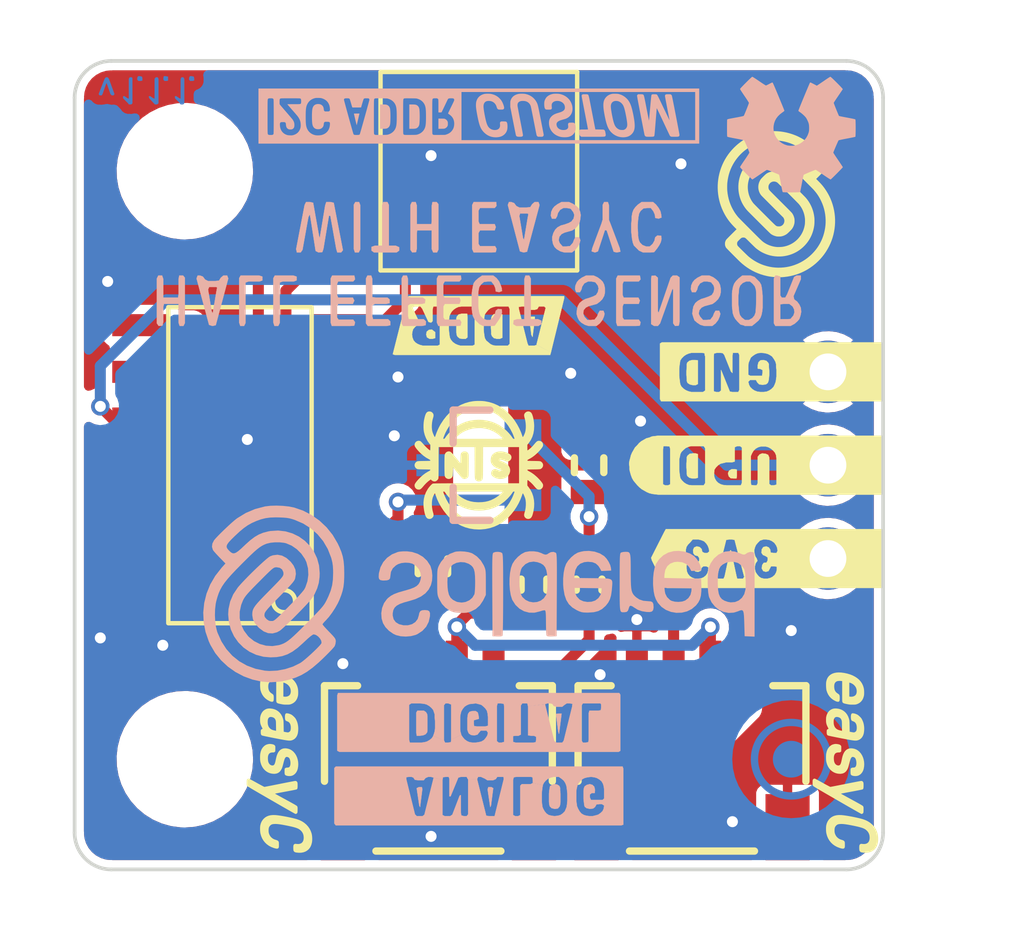
<source format=kicad_pcb>
(kicad_pcb (version 20211014) (generator pcbnew)
  (title_block (title "Hall effect sensor analog easyC") (date "2021-09-01") (rev "V1.1.1.") (company "SOLDERED") (comment 1 "333082"))
  (layers (0 "F.Cu" mixed) (31 "B.Cu" signal) (34 "B.Paste" user) (35 "F.Paste" user) (36 "B.SilkS" user "B.Silkscreen") (37 "F.SilkS" user "F.Silkscreen") (38 "B.Mask" user) (39 "F.Mask" user) (44 "Edge.Cuts" user))
  (net 0 "")
  (net 1 "GND")
  (net 2 "3V3")
  (net 3 "SDA")
  (net 4 "SCL")
  (net 5 "UPDI")
  (net 6 "OUT")
  (net 10 "ADD3")
  (net 11 "ADD2")
  (net 14 "ADD1")
  (footprint "e-radionica.com footprinti:0603R" (layer "F.Cu") (at 82.5 142.25 90)
    (fp_text reference "R1")
    (fp_text value "10k")
    (pad "1" smd rect locked (at -0.775 0 180) (size 1 0.64) (layers "F.Cu" "F.Paste" "F.Mask") (net 3 "SDA"))
    (pad "2" smd rect locked (at 0.775 0 180) (size 1 0.64) (layers "F.Cu" "F.Paste" "F.Mask") (net 2 "3V3"))
  )
  (footprint "e-radionica.com footprinti:0603C" (layer "F.Cu") (at 84 139 90)
    (fp_text reference "C1")
    (fp_text value "0.1uF")
    (pad "1" smd rect locked (at -0.73 0 90) (size 0.66 1) (layers "F.Cu" "F.Paste" "F.Mask") (net 2 "3V3"))
    (pad "2" smd rect locked (at 0.73 0 90) (size 0.66 1) (layers "F.Cu" "F.Paste" "F.Mask") (net 1 "GND"))
  )
  (footprint "e-radionica.com footprinti:HOLE_3.2mm" (layer "F.Cu") (at 73 147 -90)
    (fp_text reference "H1" hide)
    (fp_text value "HOLE_3.2mm" hide)
    (pad "" np_thru_hole circle locked (at 0 0 270) (size 3.2 3.2) (drill 3.2) (layers F&B.Cu *.Mask))
  )
  (footprint "buzzardLabel" (layer "F.Cu") (at 92.4 139 180)
    (fp_text reference "" (at 0 0) (layer "F.SilkS") (effects (font (size 1.27 1.27))))
    (fp_text value "" (at 0 0) (layer "F.SilkS") (effects (font (size 1.27 1.27))))
  )
  (footprint "e-radionica.com footprinti:HEADER-UPDI" (layer "F.Cu") (at 90.5 139 90)
    (fp_text reference "K2")
    (fp_text value "HEADER-UPDI")
    (pad "1" thru_hole circle locked (at -2.54 0 90) (size 1.7 1.7) (drill 1) (layers *.Cu *.Mask) (net 2 "3V3"))
    (pad "2" thru_hole circle locked (at 0 0 90) (size 1.7 1.7) (drill 1) (layers *.Cu *.Mask) (net 5 "UPDI"))
    (pad "3" thru_hole circle locked (at 2.54 0 90) (size 1.7 1.7) (drill 1) (layers *.Cu *.Mask) (net 1 "GND"))
  )
  (footprint "e-radionica.com footprinti:easyC-connector" (layer "F.Cu") (at 86.8 146.7 180)
    (fp_text reference "K1")
    (fp_text value "easyC-SMD")
    (pad "1" smd rect locked (at -1.5 2.15 180) (size 0.6 1.55) (layers "F.Cu" "F.Paste" "F.Mask") (net 4 "SCL"))
    (pad "2" smd rect locked (at -0.5 2.15 180) (size 0.6 1.55) (layers "F.Cu" "F.Paste" "F.Mask") (net 3 "SDA"))
    (pad "3" smd rect locked (at 0.5 2.15 180) (size 0.6 1.55) (layers "F.Cu" "F.Paste" "F.Mask") (net 2 "3V3"))
    (pad "4" smd rect locked (at 1.5 2.15 180) (size 0.6 1.55) (layers "F.Cu" "F.Paste" "F.Mask") (net 1 "GND"))
    (pad "5" smd rect locked (at 2.6 -2.15 180) (size 1.2 1.8) (layers "F.Cu" "F.Paste" "F.Mask") (net 1 "GND"))
    (pad "5" smd rect locked (at -2.6 -2.15 180) (size 1.2 1.8) (layers "F.Cu" "F.Paste" "F.Mask") (net 1 "GND"))
  )
  (footprint "Soldered Graphics:Logo-Front-easyC-5mm" (layer "F.Cu") (at 91 147.1 -90)
    (fp_text reference "G***" hide)
    (fp_text value "LOGO" hide)
  )
  (footprint "e-radionica.com footprinti:HOLE_3.2mm" (layer "F.Cu") (at 73 131 -90)
    (fp_text reference "H2" hide)
    (fp_text value "HOLE_3.2mm" hide)
    (pad "" np_thru_hole circle locked (at 0 0 270) (size 3.2 3.2) (drill 3.2) (layers F&B.Cu *.Mask))
  )
  (footprint "buzzardLabel" (layer "F.Cu") (at 81 135.2 180)
    (fp_text reference "" (at 0 0) (layer "F.SilkS") (effects (font (size 1.27 1.27))))
    (fp_text value "" (at 0 0) (layer "F.SilkS") (effects (font (size 1.27 1.27))))
  )
  (footprint "e-radionica.com footprinti:0603C" (layer "F.Cu") (at 79.75 141.75 90)
    (fp_text reference "C2")
    (fp_text value "0.1uF")
    (pad "1" smd rect locked (at -0.73 0 90) (size 0.66 1) (layers "F.Cu" "F.Paste" "F.Mask") (net 2 "3V3"))
    (pad "2" smd rect locked (at 0.73 0 90) (size 0.66 1) (layers "F.Cu" "F.Paste" "F.Mask") (net 1 "GND"))
  )
  (footprint "e-radionica.com footprinti:SOIC-14" (layer "F.Cu") (at 74.5 139 180)
    (fp_text reference "U2")
    (fp_text value "ATTINY404-SSNR")
    (pad "1" smd rect locked (at -2.7 -3.81 180) (size 1.55 0.6) (layers "F.Cu" "F.Paste" "F.Mask") (net 2 "3V3"))
    (pad "2" smd rect locked (at -2.7 -2.54 180) (size 1.55 0.6) (layers "F.Cu" "F.Paste" "F.Mask") (net 6 "OUT"))
    (pad "3" smd rect locked (at -2.7 -1.27 180) (size 1.55 0.6) (layers "F.Cu" "F.Paste" "F.Mask"))
    (pad "4" smd rect locked (at -2.7 0 180) (size 1.55 0.6) (layers "F.Cu" "F.Paste" "F.Mask"))
    (pad "5" smd rect locked (at -2.7 1.27 180) (size 1.55 0.6) (layers "F.Cu" "F.Paste" "F.Mask") (net 10 "ADD3"))
    (pad "6" smd rect locked (at -2.7 2.54 180) (size 1.55 0.6) (layers "F.Cu" "F.Paste" "F.Mask") (net 11 "ADD2"))
    (pad "7" smd rect locked (at -2.7 3.81 180) (size 1.55 0.6) (layers "F.Cu" "F.Paste" "F.Mask") (net 14 "ADD1"))
    (pad "8" smd rect locked (at 2.7 3.81 180) (size 1.55 0.6) (layers "F.Cu" "F.Paste" "F.Mask") (net 3 "SDA"))
    (pad "9" smd rect locked (at 2.7 2.54 180) (size 1.55 0.6) (layers "F.Cu" "F.Paste" "F.Mask") (net 4 "SCL"))
    (pad "10" smd rect locked (at 2.7 1.27 180) (size 1.55 0.6) (layers "F.Cu" "F.Paste" "F.Mask") (net 5 "UPDI"))
    (pad "11" smd rect locked (at 2.7 0 180) (size 1.55 0.6) (layers "F.Cu" "F.Paste" "F.Mask"))
    (pad "12" smd rect locked (at 2.7 -1.27 180) (size 1.55 0.6) (layers "F.Cu" "F.Paste" "F.Mask"))
    (pad "13" smd rect locked (at 2.7 -2.54 180) (size 1.55 0.6) (layers "F.Cu" "F.Paste" "F.Mask"))
    (pad "14" smd rect locked (at 2.7 -3.81 180) (size 1.55 0.6) (layers "F.Cu" "F.Paste" "F.Mask") (net 1 "GND"))
  )
  (footprint "Soldered Graphics:Logo-Front-easyC-5mm" (layer "F.Cu") (at 75.6 147.1 -90)
    (fp_text reference "G***" hide)
    (fp_text value "LOGO" hide)
  )
  (footprint "e-radionica.com footprinti:DSHP03TS-S" (layer "F.Cu") (at 81 131)
    (fp_text reference "K4")
    (fp_text value "DSHP03TS-S")
    (pad "1" smd rect locked (at -3.81 -1.27 90) (size 0.76 1.27) (layers "F.Cu" "F.Paste" "F.Mask") (net 14 "ADD1"))
    (pad "2" smd rect locked (at 3.81 -1.27 90) (size 0.76 1.27) (layers "F.Cu" "F.Paste" "F.Mask") (net 1 "GND"))
    (pad "3" smd rect locked (at -3.81 0 90) (size 0.76 1.27) (layers "F.Cu" "F.Paste" "F.Mask") (net 11 "ADD2"))
    (pad "4" smd rect locked (at 3.81 0 90) (size 0.76 1.27) (layers "F.Cu" "F.Paste" "F.Mask") (net 1 "GND"))
    (pad "5" smd rect locked (at -3.81 1.27 90) (size 0.76 1.27) (layers "F.Cu" "F.Paste" "F.Mask") (net 10 "ADD3"))
    (pad "6" smd rect locked (at 3.81 1.27 90) (size 0.76 1.27) (layers "F.Cu" "F.Paste" "F.Mask") (net 1 "GND"))
  )
  (footprint "e-radionica.com footprinti:FIDUCIAL_23" (layer "F.Cu") (at 81.7 131.5 -90)
    (fp_text reference "FD1")
    (fp_text value "FIDUCIAL")
    (fp_circle (center 0 0) (end 1 0) (layer "F.Cu") (width 0.2) (fill none))
    (pad "1" smd circle (at 0 0 270) (size 1 1) (layers "F.Cu" "F.Paste" "F.Mask") (clearance 1.1))
  )
  (footprint "buzzardLabel" (layer "F.Cu") (at 92.4 141.54 180)
    (fp_text reference "" (at 0 0) (layer "F.SilkS") (effects (font (size 1.27 1.27))))
    (fp_text value "" (at 0 0) (layer "F.SilkS") (effects (font (size 1.27 1.27))))
  )
  (footprint "e-radionica.com footprinti:0603R" (layer "F.Cu") (at 84 142.25 90)
    (fp_text reference "R2")
    (fp_text value "10k")
    (pad "1" smd rect locked (at -0.775 0 180) (size 1 0.64) (layers "F.Cu" "F.Paste" "F.Mask") (net 4 "SCL"))
    (pad "2" smd rect locked (at 0.775 0 180) (size 1 0.64) (layers "F.Cu" "F.Paste" "F.Mask") (net 2 "3V3"))
  )
  (footprint "Soldered Graphics:Logo-Front-Soldered-4mm" (layer "F.Cu") (at 89.1 131.9)
    (fp_text reference "G***" hide)
    (fp_text value "LOGO" hide)
  )
  (footprint "Soldered Graphics:Logo-Back-OSH-3.5mm" (layer "F.Cu") (at 89.5 130 180)
    (fp_text reference "G***" hide)
    (fp_text value "LOGO" hide)
  )
  (footprint "e-radionica.com footprinti:easyC-connector" (layer "F.Cu") (at 79.9 146.7 180)
    (fp_text reference "K3")
    (fp_text value "easyC-SMD")
    (pad "1" smd rect locked (at -1.5 2.15 180) (size 0.6 1.55) (layers "F.Cu" "F.Paste" "F.Mask") (net 4 "SCL"))
    (pad "2" smd rect locked (at -0.5 2.15 180) (size 0.6 1.55) (layers "F.Cu" "F.Paste" "F.Mask") (net 3 "SDA"))
    (pad "3" smd rect locked (at 0.5 2.15 180) (size 0.6 1.55) (layers "F.Cu" "F.Paste" "F.Mask") (net 2 "3V3"))
    (pad "4" smd rect locked (at 1.5 2.15 180) (size 0.6 1.55) (layers "F.Cu" "F.Paste" "F.Mask") (net 1 "GND"))
    (pad "5" smd rect locked (at -2.6 -2.15 180) (size 1.2 1.8) (layers "F.Cu" "F.Paste" "F.Mask") (net 1 "GND"))
    (pad "5" smd rect locked (at 2.6 -2.15 180) (size 1.2 1.8) (layers "F.Cu" "F.Paste" "F.Mask") (net 1 "GND"))
  )
  (footprint "Soldered Graphics:Logo-Back-SolderedFULL-15mm" (layer "F.Cu") (at 81 142.5 180)
    (fp_text reference "REF**" hide)
    (fp_text value "Logo-Front-SolderedFULL-15mm" hide)
  )
  (footprint "Soldered Graphics:Symbol-Front-Magnetic-Field" (layer "F.Cu") (at 81 139 180)
    (fp_text reference "G***" hide)
    (fp_text value "LOGO" hide)
  )
  (footprint "buzzardLabel" (layer "F.Cu") (at 92.4 136.46 180)
    (fp_text reference "" (at 0 0) (layer "F.SilkS") (effects (font (size 1.27 1.27))))
    (fp_text value "" (at 0 0) (layer "F.SilkS") (effects (font (size 1.27 1.27))))
  )
  (footprint "Soldered Graphics:Version1.1.1." (layer "B.Cu") (at 72 128.8)
    (fp_text reference "REF**" hide)
    (fp_text value "Version1.1.1." hide)
    (fp_poly (pts (xy 0.91 -0.35) (xy 0.96 -0.35) (xy 0.98 -0.31) (xy 0.98 0.35) (xy 0.95 0.38) (xy 0.89 0.38) (xy 0.86 0.34) (xy 0.74 0.22) (xy 0.73 0.17) (xy 0.76 0.16) (xy 0.85 0.22) (xy 0.89 0.23) (xy 0.89 -0.31) (xy 0.91 -0.35)) (layer "B.Cu") (width 0.01) (fill solid))
    (fp_poly (pts (xy -0.27 -0.38) (xy -0.22 -0.38) (xy -0.17 -0.37) (xy -0.16 -0.33) (xy -0.16 -0.27) (xy -0.21 -0.26) (xy -0.26 -0.26) (xy -0.29 -0.29) (xy -0.29 -0.34) (xy -0.27 -0.38)) (layer "B.Cu") (width 0.01) (fill solid))
    (fp_poly (pts (xy 1.14 -0.38) (xy 1.19 -0.38) (xy 1.24 -0.37) (xy 1.25 -0.33) (xy 1.25 -0.27) (xy 1.2 -0.26) (xy 1.15 -0.26) (xy 1.12 -0.29) (xy 1.12 -0.34) (xy 1.14 -0.38)) (layer "B.Cu") (width 0.01) (fill solid))
    (fp_poly (pts (xy -1.15 -0.35) (xy -1.1 -0.35) (xy -1.07 -0.31) (xy -0.92 0.1) (xy -0.94 0.13) (xy -0.99 0.13) (xy -1.02 0.1) (xy -1.11 -0.16) (xy -1.13 -0.21) (xy -1.15 -0.17) (xy -1.24 0.09) (xy -1.26 0.13) (xy -1.32 0.13) (xy -1.34 0.1) (xy -1.18 -0.31) (xy -1.15 -0.35)) (layer "B.Cu") (width 0.01) (fill solid))
    (fp_poly (pts (xy 0.21 -0.35) (xy 0.26 -0.35) (xy 0.28 -0.31) (xy 0.28 0.35) (xy 0.24 0.38) (xy 0.19 0.38) (xy 0.15 0.34) (xy 0.04 0.22) (xy 0.02 0.17) (xy 0.05 0.16) (xy 0.14 0.22) (xy 0.18 0.23) (xy 0.18 -0.31) (xy 0.21 -0.35)) (layer "B.Cu") (width 0.01) (fill solid))
    (fp_poly (pts (xy 0.43 -0.38) (xy 0.48 -0.38) (xy 0.54 -0.37) (xy 0.54 -0.33) (xy 0.54 -0.27) (xy 0.5 -0.26) (xy 0.45 -0.26) (xy 0.42 -0.29) (xy 0.42 -0.34) (xy 0.43 -0.38)) (layer "B.Cu") (width 0.01) (fill solid))
    (fp_poly (pts (xy -0.5 -0.35) (xy -0.44 -0.35) (xy -0.43 -0.31) (xy -0.43 0.35) (xy -0.46 0.38) (xy -0.52 0.38) (xy -0.55 0.34) (xy -0.67 0.22) (xy -0.68 0.17) (xy -0.65 0.16) (xy -0.56 0.22) (xy -0.52 0.23) (xy -0.52 -0.31) (xy -0.5 -0.35)) (layer "B.Cu") (width 0.01) (fill solid))
  )
  (footprint "buzzardLabel" (layer "B.Cu") (at 81 146)
    (fp_text reference "" (at 0 0) (layer "B.SilkS") (effects (font (size 1.27 1.27)) (justify mirror)))
    (fp_text value "" (at 0 0) (layer "B.SilkS") (effects (font (size 1.27 1.27)) (justify mirror)))
  )
  (footprint "buzzardLabel" (layer "B.Cu") (at 81 134.5)
    (fp_text reference "" (at 0 0) (layer "B.SilkS") (effects (font (size 1.27 1.27)) (justify mirror)))
    (fp_text value "" (at 0 0) (layer "B.SilkS") (effects (font (size 1.27 1.27)) (justify mirror)))
  )
  (footprint "buzzardLabel" (layer "B.Cu") (at 81 148)
    (fp_text reference "" (at 0 0) (layer "B.SilkS") (effects (font (size 1.27 1.27)) (justify mirror)))
    (fp_text value "" (at 0 0) (layer "B.SilkS") (effects (font (size 1.27 1.27)) (justify mirror)))
  )
  (footprint "buzzardLabel" (layer "B.Cu") (at 81 132.5)
    (fp_text reference "" (at 0 0) (layer "B.SilkS") (effects (font (size 1.27 1.27)) (justify mirror)))
    (fp_text value "" (at 0 0) (layer "B.SilkS") (effects (font (size 1.27 1.27)) (justify mirror)))
  )
  (footprint "e-radionica.com footprinti:FIDUCIAL_23" (layer "B.Cu") (at 89.5 147 90)
    (fp_text reference "FD2")
    (fp_text value "FIDUCIAL")
    (fp_circle (center 0 0) (end 1 0) (layer "B.Cu") (width 0.2) (fill none))
    (pad "1" smd circle (at 0 0 90) (size 1 1) (layers "B.Cu" "B.Paste" "B.Mask") (clearance 1.1))
  )
  (footprint "Soldered Graphics:Symbol-Front_I2C_ADDR_CUSTOM" (layer "B.Cu") (at 81 129.5)
    (fp_text reference "REF**" hide)
    (fp_text value "Symbol-Front_I2C_ADDR_CUSTOM" hide)
  )
  (footprint "e-radionica.com footprinti:SOT-23-3" (layer "B.Cu") (at 81 139 180)
    (fp_text reference "U1")
    (fp_text value "SI7211-B-00-IV")
    (pad "1" smd rect locked (at -1.2 0.95 90) (size 0.6 1) (layers "B.Cu" "B.Paste" "B.Mask") (net 2 "3V3"))
    (pad "2" smd rect locked (at -1.2 -0.95 90) (size 0.6 1) (layers "B.Cu" "B.Paste" "B.Mask") (net 6 "OUT"))
    (pad "3" smd rect locked (at 1.2 0 90) (size 0.6 1) (layers "B.Cu" "B.Paste" "B.Mask") (net 1 "GND"))
  )
  (gr_arc (start 70 129) (mid 70.292893 128.292893) (end 71 128) (layer "Edge.Cuts") (width 0.1))
  (gr_line (start 71 150) (end 91 150) (layer "Edge.Cuts") (width 0.1))
  (gr_arc (start 92 149) (mid 91.707107 149.707107) (end 91 150) (layer "Edge.Cuts") (width 0.1))
  (gr_arc (start 91 128) (mid 91.707107 128.292893) (end 92 129) (layer "Edge.Cuts") (width 0.1))
  (gr_line (start 70 129) (end 70 149) (layer "Edge.Cuts") (width 0.1))
  (gr_line (start 92 149) (end 92 129) (layer "Edge.Cuts") (width 0.1))
  (gr_line (start 91 128) (end 71 128) (layer "Edge.Cuts") (width 0.1))
  (gr_arc (start 71 150) (mid 70.292893 149.707107) (end 70 149) (layer "Edge.Cuts") (width 0.1))
  (via (at 85.4 137.8) (size 0.5) (drill 0.3) (layers "F.Cu" "B.Cu") (net 1))
  (via (at 78.7 138.2) (size 0.5) (drill 0.3) (layers "F.Cu" "B.Cu") (net 1))
  (via (at 72.4 143.9) (size 0.5) (drill 0.3) (layers "F.Cu" "B.Cu") (net 1))
  (via (at 83.5 136.5) (size 0.5) (drill 0.3) (layers "F.Cu" "B.Cu") (net 1))
  (via (at 85.3 143.2) (size 0.5) (drill 0.3) (layers "F.Cu" "B.Cu") (net 1))
  (via (at 79.7 149.1) (size 0.5) (drill 0.3) (layers "F.Cu" "B.Cu") (net 1))
  (via (at 78.8 136.6) (size 0.5) (drill 0.3) (layers "F.Cu" "B.Cu") (net 1))
  (via (at 84.3 144.7) (size 0.5) (drill 0.3) (layers "F.Cu" "B.Cu") (net 1))
  (via (at 87.9 148.7) (size 0.5) (drill 0.3) (layers "F.Cu" "B.Cu") (net 1))
  (via (at 86.5 130.8) (size 0.5) (drill 0.3) (layers "F.Cu" "B.Cu") (net 1))
  (via (at 79.699662 130.576391) (size 0.5) (drill 0.3) (layers "F.Cu" "B.Cu") (net 1))
  (via (at 70.9 134) (size 0.5) (drill 0.3) (layers "F.Cu" "B.Cu") (net 1))
  (via (at 70.7 143.7) (size 0.5) (drill 0.3) (layers "F.Cu" "B.Cu") (net 1))
  (via (at 74.7 138.3) (size 0.5) (drill 0.3) (layers "F.Cu" "B.Cu") (net 1))
  (via (at 89.5 143.5) (size 0.5) (drill 0.3) (layers "F.Cu" "B.Cu") (net 1))
  (via (at 77.3 144.4) (size 0.5) (drill 0.3) (layers "F.Cu" "B.Cu") (net 1))
  (segment (start 84 140.4) (end 84 139.73) (width 0.3) (layer "F.Cu") (net 2))
  (segment (start 78.77 142.48) (end 79.75 142.48) (width 0.3) (layer "F.Cu") (net 2))
  (segment (start 79.75 142.48) (end 80.27 142.48) (width 0.3) (layer "F.Cu") (net 2))
  (segment (start 90.5 141.54) (end 85.54 141.54) (width 0.3) (layer "F.Cu") (net 2))
  (segment (start 80.27 142.48) (end 81.275 141.475) (width 0.3) (layer "F.Cu") (net 2))
  (segment (start 84.065 141.54) (end 84 141.475) (width 0.3) (layer "F.Cu") (net 2))
  (segment (start 82.5 141.475) (end 84 141.475) (width 0.3) (layer "F.Cu") (net 2))
  (segment (start 78.44 142.81) (end 78.77 142.48) (width 0.3) (layer "F.Cu") (net 2))
  (segment (start 79.65 142.58) (end 79.4 142.58) (width 0.3) (layer "F.Cu") (net 2))
  (segment (start 79.5 142.73) (end 79.5 144.45) (width 0.3) (layer "F.Cu") (net 2))
  (segment (start 79.75 142.48) (end 79.65 142.58) (width 0.3) (layer "F.Cu") (net 2))
  (segment (start 86.3 142.3) (end 85.54 141.54) (width 0.3) (layer "F.Cu") (net 2))
  (segment (start 84 140.4) (end 84 141.475) (width 0.3) (layer "F.Cu") (net 2))
  (segment (start 79.5 144.45) (end 79.4 144.55) (width 0.3) (layer "F.Cu") (net 2))
  (segment (start 85.54 141.54) (end 84.065 141.54) (width 0.3) (layer "F.Cu") (net 2))
  (segment (start 77.2 142.81) (end 78.44 142.81) (width 0.3) (layer "F.Cu") (net 2))
  (segment (start 79.75 142.48) (end 79.5 142.73) (width 0.3) (layer "F.Cu") (net 2))
  (segment (start 81.275 141.475) (end 82.5 141.475) (width 0.3) (layer "F.Cu") (net 2))
  (segment (start 86.3 144.55) (end 86.3 142.3) (width 0.3) (layer "F.Cu") (net 2))
  (via (at 84 140.4) (size 0.5) (drill 0.3) (layers "F.Cu" "B.Cu") (net 2))
  (segment (start 84 140.4) (end 84 139.85) (width 0.3) (layer "B.Cu") (net 2))
  (segment (start 84 139.85) (end 82.2 138.05) (width 0.3) (layer "B.Cu") (net 2))
  (segment (start 80.4 143.35) (end 80.4 144.55) (width 0.3) (layer "F.Cu") (net 3))
  (segment (start 80.725 143.025) (end 80.4 143.35) (width 0.3) (layer "F.Cu") (net 3))
  (segment (start 77.25 146.25) (end 79.75 146.25) (width 0.3) (layer "F.Cu") (net 3))
  (segment (start 79.75 146.25) (end 80.4 145.6) (width 0.3) (layer "F.Cu") (net 3))
  (segment (start 82.5 143.025) (end 80.725 143.025) (width 0.3) (layer "F.Cu") (net 3))
  (segment (start 71.8 135.19) (end 73.19 135.19) (width 0.3) (layer "F.Cu") (net 3))
  (segment (start 73.19 135.19) (end 73.7 135.7) (width 0.3) (layer "F.Cu") (net 3))
  (segment (start 87.3 143.4) (end 87.3 144.55) (width 0.3) (layer "F.Cu") (net 3))
  (segment (start 73.7 142.7) (end 77.25 146.25) (width 0.3) (layer "F.Cu") (net 3))
  (segment (start 73.7 135.7) (end 73.7 142.7) (width 0.3) (layer "F.Cu") (net 3))
  (segment (start 80.4 145.6) (end 80.4 144.55) (width 0.3) (layer "F.Cu") (net 3))
  (via (at 87.3 143.4) (size 0.5) (drill 0.3) (layers "F.Cu" "B.Cu") (net 3))
  (via (at 80.4 143.4) (size 0.5) (drill 0.3) (layers "F.Cu" "B.Cu") (net 3))
  (segment (start 86.8 143.9) (end 87.3 143.4) (width 0.3) (layer "B.Cu") (net 3))
  (segment (start 80.9 143.9) (end 86.8 143.9) (width 0.3) (layer "B.Cu") (net 3))
  (segment (start 80.4 143.4) (end 80.9 143.9) (width 0.3) (layer "B.Cu") (net 3))
  (segment (start 83.2 144.55) (end 84 143.75) (width 0.3) (layer "F.Cu") (net 4))
  (segment (start 83.2 144.55) (end 81.4 144.55) (width 0.3) (layer "F.Cu") (net 4))
  (segment (start 73.19998 136.94998) (end 73.19998 142.99998) (width 0.3) (layer "F.Cu") (net 4))
  (segment (start 71.8 136.46) (end 72.71 136.46) (width 0.3) (layer "F.Cu") (net 4))
  (segment (start 88.3 145.6) (end 87.4 146.5) (width 0.3) (layer "F.Cu") (net 4))
  (segment (start 81 146.5) (end 81.4 146.1) (width 0.3) (layer "F.Cu") (net 4))
  (segment (start 88.3 144.55) (end 88.3 145.6) (width 0.3) (layer "F.Cu") (net 4))
  (segment (start 73.19998 142.99998) (end 77.2 147) (width 0.3) (layer "F.Cu") (net 4))
  (segment (start 77.2 147) (end 80.5 147) (width 0.3) (layer "F.Cu") (net 4))
  (segment (start 72.71 136.46) (end 73.19998 136.94998) (width 0.3) (layer "F.Cu") (net 4))
  (segment (start 87.4 146.5) (end 81 146.5) (width 0.3) (layer "F.Cu") (net 4))
  (segment (start 81.4 146.1) (end 81.4 144.55) (width 0.3) (layer "F.Cu") (net 4))
  (segment (start 80.5 147) (end 81 146.5) (width 0.3) (layer "F.Cu") (net 4))
  (segment (start 84 143.75) (end 84 143.025) (width 0.3) (layer "F.Cu") (net 4))
  (segment (start 70.7 137.4) (end 71.03 137.73) (width 0.3) (layer "F.Cu") (net 5))
  (segment (start 71.03 137.73) (end 71.8 137.73) (width 0.3) (layer "F.Cu") (net 5))
  (via (at 70.7 137.4) (size 0.5) (drill 0.3) (layers "F.Cu" "B.Cu") (net 5))
  (segment (start 87.75 139) (end 90.5 139) (width 0.3) (layer "B.Cu") (net 5))
  (segment (start 70.7 136.3) (end 72.5 134.5) (width 0.3) (layer "B.Cu") (net 5))
  (segment (start 70.7 137.4) (end 70.7 136.3) (width 0.3) (layer "B.Cu") (net 5))
  (segment (start 72.5 134.5) (end 83.25 134.5) (width 0.3) (layer "B.Cu") (net 5))
  (segment (start 83.25 134.5) (end 87.75 139) (width 0.3) (layer "B.Cu") (net 5))
  (segment (start 77.704022 141.54) (end 77.2 141.54) (width 0.3) (layer "F.Cu") (net 6))
  (segment (start 78.8 140.444022) (end 77.704022 141.54) (width 0.3) (layer "F.Cu") (net 6))
  (segment (start 78.8 140) (end 78.8 140.444022) (width 0.3) (layer "F.Cu") (net 6))
  (via (at 78.8 140) (size 0.5) (drill 0.3) (layers "F.Cu" "B.Cu") (net 6))
  (segment (start 78.85 139.95) (end 82.2 139.95) (width 0.3) (layer "B.Cu") (net 6))
  (segment (start 78.8 140) (end 78.85 139.95) (width 0.3) (layer "B.Cu") (net 6))
  (segment (start 76.73 132.27) (end 75 134) (width 0.3) (layer "F.Cu") (net 10))
  (segment (start 75.73 137.73) (end 77.2 137.73) (width 0.3) (layer "F.Cu") (net 10))
  (segment (start 75 134) (end 75 137) (width 0.3) (layer "F.Cu") (net 10))
  (segment (start 75 137) (end 75.73 137.73) (width 0.3) (layer "F.Cu") (net 10))
  (segment (start 77.19 132.27) (end 76.73 132.27) (width 0.3) (layer "F.Cu") (net 10))
  (segment (start 78.5 131.5) (end 78.5 132.75) (width 0.3) (layer "F.Cu") (net 11))
  (segment (start 76.21 136.46) (end 77.2 136.46) (width 0.3) (layer "F.Cu") (net 11))
  (segment (start 77.5 133.75) (end 76.25 133.75) (width 0.3) (layer "F.Cu") (net 11))
  (segment (start 78 131) (end 78.5 131.5) (width 0.3) (layer "F.Cu") (net 11))
  (segment (start 75.75 134.25) (end 75.75 136) (width 0.3) (layer "F.Cu") (net 11))
  (segment (start 76.25 133.75) (end 75.75 134.25) (width 0.3) (layer "F.Cu") (net 11))
  (segment (start 77.19 131) (end 78 131) (width 0.3) (layer "F.Cu") (net 11))
  (segment (start 75.75 136) (end 76.21 136.46) (width 0.3) (layer "F.Cu") (net 11))
  (segment (start 78.5 132.75) (end 77.5 133.75) (width 0.3) (layer "F.Cu") (net 11))
  (segment (start 79 134.5) (end 78.31 135.19) (width 0.3) (layer "F.Cu") (net 14))
  (segment (start 78.31 135.19) (end 77.2 135.19) (width 0.3) (layer "F.Cu") (net 14))
  (segment (start 77.98 129.73) (end 79 130.75) (width 0.3) (layer "F.Cu") (net 14))
  (segment (start 79 130.75) (end 79 134.5) (width 0.3) (layer "F.Cu") (net 14))
  (segment (start 77.19 129.73) (end 77.98 129.73) (width 0.3) (layer "F.Cu") (net 14))
  (zone (net 1) (net_name "GND") (layers F&B.Cu) (connect_pads (clearance 0.254)) (min_thickness 0.254) (fill yes (thermal_gap 0.254) (thermal_bridge_width 0.254))
    (polygon (pts (xy 70 150) (xy 70 128) (xy 92 128) (xy 92 150)))
  )
  (zone (net 0) (net_name "") (layers F&B.Cu) (connect_pads (clearance 0)) (min_thickness 0.254)
    (keepout (tracks allowed) (vias allowed) (pads allowed) (copperpour not_allowed) (footprints allowed))
    (fill (thermal_gap 0.508) (thermal_bridge_width 0.508))
    (polygon (pts (xy 80.3 140.6) (xy 80.3 137.4) (xy 81.8 137.4) (xy 81.8 140.6)))
  )
)
</source>
